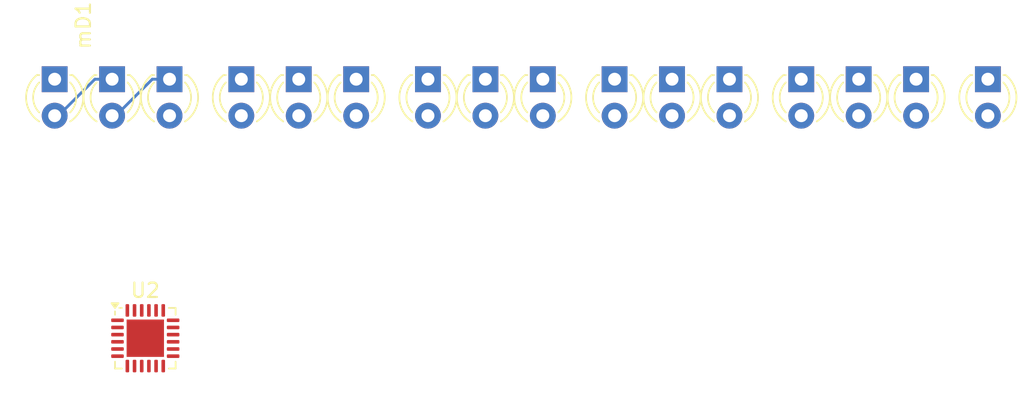
<source format=kicad_pcb>
(kicad_pcb (version 20240108) (generator "pcbnew") (generator_version "8.0")
  (layers (0 "F.Cu" signal) (31 "B.Cu" signal) (34 "B.Paste" user) (35 "F.Paste" user) (36 "B.SilkS" user "B.Silkscreen") (37 "F.SilkS" user "F.Silkscreen") (38 "B.Mask" user) (39 "F.Mask" user) (44 "Edge.Cuts" user))
  (net 0 "")
  (net 1 "Net-(mD1B-A2)")
  (net 3 "Net-(mD1A-A1)")
  (net 27 "/Sheet2/S2_reset")
  (footprint "Package_DFN_QFN:WQFN-24-1EP_4x4mm_P0.5mm_EP2.6x2.6mm" (layer "F.Cu") (at 164.0625 79)
    (property "Reference" "U2" (at 0 -3.33 0) (layer "F.SilkS"))
    (property "Value" "TCA8418RTWR")
    (fp_line (start -2.11 -1.635) (end -2.11 -1.87) (stroke (width 0.12)) (layer "F.SilkS"))
    (fp_line (start -2.11 2.11) (end -2.11 1.635) (stroke (width 0.12)) (layer "F.SilkS"))
    (fp_line (start -1.635 -2.11) (end -1.81 -2.11) (stroke (width 0.12)) (layer "F.SilkS"))
    (fp_line (start -1.635 2.11) (end -2.11 2.11) (stroke (width 0.12)) (layer "F.SilkS"))
    (fp_line (start 1.635 -2.11) (end 2.11 -2.11) (stroke (width 0.12)) (layer "F.SilkS"))
    (fp_line (start 1.635 2.11) (end 2.11 2.11) (stroke (width 0.12)) (layer "F.SilkS"))
    (fp_line (start 2.11 -2.11) (end 2.11 -1.635) (stroke (width 0.12)) (layer "F.SilkS"))
    (fp_line (start 2.11 2.11) (end 2.11 1.635) (stroke (width 0.12)) (layer "F.SilkS"))
    (fp_poly (pts (xy -2.11 -2.11) (xy -2.35 -2.44) (xy -1.87 -2.44) (xy -2.11 -2.11)) (stroke (width 0.12)) (fill solid) (layer "F.SilkS"))
    (pad "1" smd roundrect (at -1.9375 -1.25) (size 0.875 0.25) (layers "F.Cu" "F.Paste" "F.Mask"))
    (pad "2" smd roundrect (at -1.9375 -0.75) (size 0.875 0.25) (layers "F.Cu" "F.Paste" "F.Mask"))
    (pad "3" smd roundrect (at -1.9375 -0.25) (size 0.875 0.25) (layers "F.Cu" "F.Paste" "F.Mask"))
    (pad "4" smd roundrect (at -1.9375 0.25) (size 0.875 0.25) (layers "F.Cu" "F.Paste" "F.Mask"))
    (pad "5" smd roundrect (at -1.9375 0.75) (size 0.875 0.25) (layers "F.Cu" "F.Paste" "F.Mask"))
    (pad "6" smd roundrect (at -1.9375 1.25) (size 0.875 0.25) (layers "F.Cu" "F.Paste" "F.Mask"))
    (pad "7" smd roundrect (at -1.25 1.9375) (size 0.25 0.875) (layers "F.Cu" "F.Paste" "F.Mask"))
    (pad "8" smd roundrect (at -0.75 1.9375) (size 0.25 0.875) (layers "F.Cu" "F.Paste" "F.Mask"))
    (pad "9" smd roundrect (at -0.25 1.9375) (size 0.25 0.875) (layers "F.Cu" "F.Paste" "F.Mask"))
    (pad "10" smd roundrect (at 0.25 1.9375) (size 0.25 0.875) (layers "F.Cu" "F.Paste" "F.Mask"))
    (pad "11" smd roundrect (at 0.75 1.9375) (size 0.25 0.875) (layers "F.Cu" "F.Paste" "F.Mask"))
    (pad "12" smd roundrect (at 1.25 1.9375) (size 0.25 0.875) (layers "F.Cu" "F.Paste" "F.Mask"))
    (pad "13" smd roundrect (at 1.9375 1.25) (size 0.875 0.25) (layers "F.Cu" "F.Paste" "F.Mask"))
    (pad "14" smd roundrect (at 1.9375 0.75) (size 0.875 0.25) (layers "F.Cu" "F.Paste" "F.Mask"))
    (pad "15" smd roundrect (at 1.9375 0.25) (size 0.875 0.25) (layers "F.Cu" "F.Paste" "F.Mask"))
    (pad "16" smd roundrect (at 1.9375 -0.25) (size 0.875 0.25) (layers "F.Cu" "F.Paste" "F.Mask"))
    (pad "17" smd roundrect (at 1.9375 -0.75) (size 0.875 0.25) (layers "F.Cu" "F.Paste" "F.Mask"))
    (pad "18" smd roundrect (at 1.9375 -1.25) (size 0.875 0.25) (layers "F.Cu" "F.Paste" "F.Mask"))
    (pad "19" smd roundrect (at 1.25 -1.9375) (size 0.25 0.875) (layers "F.Cu" "F.Paste" "F.Mask"))
    (pad "20" smd roundrect (at 0.75 -1.9375) (size 0.25 0.875) (layers "F.Cu" "F.Paste" "F.Mask") (net 27 "/Sheet2/S2_reset"))
    (pad "21" smd roundrect (at 0.25 -1.9375) (size 0.25 0.875) (layers "F.Cu" "F.Paste" "F.Mask"))
    (pad "22" smd roundrect (at -0.25 -1.9375) (size 0.25 0.875) (layers "F.Cu" "F.Paste" "F.Mask"))
    (pad "23" smd roundrect (at -0.75 -1.9375) (size 0.25 0.875) (layers "F.Cu" "F.Paste" "F.Mask"))
    (pad "24" smd roundrect (at -1.25 -1.9375) (size 0.25 0.875) (layers "F.Cu" "F.Paste" "F.Mask"))
    (pad "25" smd rect (at 0 0) (size 2.6 2.6) (property pad_prop_heatsink) (layers "F.Cu" "F.Mask"))
  )
  (footprint "mWW_Lib:LED_D3.0mm_16x_bank" (layer "F.Cu") (at 157.75 60.96 -90)
    (property "Reference" "mD1" (at -3.75 -2 90) (layer "F.SilkS"))
    (property "Value" "~")
    (fp_line (start -0.29 1.08) (end -0.29 1.236) (stroke (width 0.12)) (layer "F.SilkS"))
    (fp_line (start -0.29 -1.236) (end -0.29 -1.08) (stroke (width 0.12)) (layer "F.SilkS"))
    (fp_line (start -0.29 -2.92) (end -0.29 -2.764) (stroke (width 0.12)) (layer "F.SilkS"))
    (fp_line (start -0.29 -5.236) (end -0.29 -5.08) (stroke (width 0.12)) (layer "F.SilkS"))
    (fp_line (start -0.29 -6.92) (end -0.29 -6.764) (stroke (width 0.12)) (layer "F.SilkS"))
    (fp_line (start -0.29 -9.236) (end -0.29 -9.08) (stroke (width 0.12)) (layer "F.SilkS"))
    (fp_line (start -0.29 -11.92) (end -0.29 -11.764) (stroke (width 0.12)) (layer "F.SilkS"))
    (fp_line (start -0.29 -14.236) (end -0.29 -14.08) (stroke (width 0.12)) (layer "F.SilkS"))
    (fp_line (start -0.29 -15.92) (end -0.29 -15.764) (stroke (width 0.12)) (layer "F.SilkS"))
    (fp_line (start -0.29 -18.236) (end -0.29 -18.08) (stroke (width 0.12)) (layer "F.SilkS"))
    (fp_line (start -0.29 -19.92) (end -0.29 -19.764) (stroke (width 0.12)) (layer "F.SilkS"))
    (fp_line (start -0.29 -22.236) (end -0.29 -22.08) (stroke (width 0.12)) (layer "F.SilkS"))
    (fp_line (start -0.29 -24.92) (end -0.29 -24.764) (stroke (width 0.12)) (layer "F.SilkS"))
    (fp_line (start -0.29 -27.236) (end -0.29 -27.08) (stroke (width 0.12)) (layer "F.SilkS"))
    (fp_line (start -0.29 -28.92) (end -0.29 -28.764) (stroke (width 0.12)) (layer "F.SilkS"))
    (fp_line (start -0.29 -31.236) (end -0.29 -31.08) (stroke (width 0.12)) (layer "F.SilkS"))
    (fp_line (start -0.29 -32.92) (end -0.29 -32.764) (stroke (width 0.12)) (layer "F.SilkS"))
    (fp_line (start -0.29 -35.236) (end -0.29 -35.08) (stroke (width 0.12)) (layer "F.SilkS"))
    (fp_line (start -0.29 -37.92) (end -0.29 -37.764) (stroke (width 0.12)) (layer "F.SilkS"))
    (fp_line (start -0.29 -40.236) (end -0.29 -40.08) (stroke (width 0.12)) (layer "F.SilkS"))
    (fp_line (start -0.29 -41.92) (end -0.29 -41.764) (stroke (width 0.12)) (layer "F.SilkS"))
    (fp_line (start -0.29 -44.236) (end -0.29 -44.08) (stroke (width 0.12)) (layer "F.SilkS"))
    (fp_line (start -0.29 -45.92) (end -0.29 -45.764) (stroke (width 0.12)) (layer "F.SilkS"))
    (fp_line (start -0.29 -48.236) (end -0.29 -48.08) (stroke (width 0.12)) (layer "F.SilkS"))
    (fp_line (start -0.29 -50.92) (end -0.29 -50.764) (stroke (width 0.12)) (layer "F.SilkS"))
    (fp_line (start -0.29 -53.236) (end -0.29 -53.08) (stroke (width 0.12)) (layer "F.SilkS"))
    (fp_line (start -0.29 -54.92) (end -0.29 -54.764) (stroke (width 0.12)) (layer "F.SilkS"))
    (fp_line (start -0.29 -57.236) (end -0.29 -57.08) (stroke (width 0.12)) (layer "F.SilkS"))
    (fp_line (start -0.29 -58.92) (end -0.29 -58.764) (stroke (width 0.12)) (layer "F.SilkS"))
    (fp_line (start -0.29 -61.236) (end -0.29 -61.08) (stroke (width 0.12)) (layer "F.SilkS"))
    (fp_line (start -0.29 -63.92) (end -0.29 -63.764) (stroke (width 0.12)) (layer "F.SilkS"))
    (fp_line (start -0.29 -66.236) (end -0.29 -66.08) (stroke (width 0.12)) (layer "F.SilkS"))
    (fp_arc (start 2.31113 1.079837) (mid 1.270117 1.5) (end 0.229039 1.08) (stroke (width 0.12)) (layer "F.SilkS"))
    (fp_arc (start 2.942335 1.078608) (mid 1.366487 1.987659) (end -0.29 1.235516) (stroke (width 0.12)) (layer "F.SilkS"))
    (fp_arc (start 0.229039 -1.08) (mid 1.270117 -1.5) (end 2.31113 -1.079837) (stroke (width 0.12)) (layer "F.SilkS"))
    (fp_arc (start -0.29 -1.235516) (mid 1.366487 -1.987659) (end 2.942335 -1.078608) (stroke (width 0.12)) (layer "F.SilkS"))
    (fp_arc (start 2.31113 -2.920163) (mid 1.270117 -2.5) (end 0.229039 -2.92) (stroke (width 0.12)) (layer "F.SilkS"))
    (fp_arc (start 2.942335 -2.921392) (mid 1.366487 -2.012341) (end -0.29 -2.764484) (stroke (width 0.12)) (layer "F.SilkS"))
    (fp_arc (start 0.229039 -5.08) (mid 1.270117 -5.5) (end 2.31113 -5.079837) (stroke (width 0.12)) (layer "F.SilkS"))
    (fp_arc (start -0.29 -5.235516) (mid 1.366487 -5.987659) (end 2.942335 -5.078608) (stroke (width 0.12)) (layer "F.SilkS"))
    (fp_arc (start 2.31113 -6.920163) (mid 1.270117 -6.5) (end 0.229039 -6.92) (stroke (width 0.12)) (layer "F.SilkS"))
    (fp_arc (start 2.942335 -6.921392) (mid 1.366487 -6.012341) (end -0.29 -6.764484) (stroke (width 0.12)) (layer "F.SilkS"))
    (fp_arc (start 0.229039 -9.08) (mid 1.270117 -9.5) (end 2.31113 -9.079837) (stroke (width 0.12)) (layer "F.SilkS"))
    (fp_arc (start -0.29 -9.235516) (mid 1.366487 -9.987659) (end 2.942335 -9.078608) (stroke (width 0.12)) (layer "F.SilkS"))
    (fp_arc (start 2.31113 -11.920163) (mid 1.270117 -11.5) (end 0.229039 -11.92) (stroke (width 0.12)) (layer "F.SilkS"))
    (fp_arc (start 2.942335 -11.921392) (mid 1.366487 -11.012341) (end -0.29 -11.764484) (stroke (width 0.12)) (layer "F.SilkS"))
    (fp_arc (start 0.229039 -14.08) (mid 1.270117 -14.5) (end 2.31113 -14.079837) (stroke (width 0.12)) (layer "F.SilkS"))
    (fp_arc (start -0.29 -14.235516) (mid 1.366487 -14.987659) (end 2.942335 -14.078608) (stroke (width 0.12)) (layer "F.SilkS"))
    (fp_arc (start 2.31113 -15.920163) (mid 1.270117 -15.5) (end 0.229039 -15.92) (stroke (width 0.12)) (layer "F.SilkS"))
    (fp_arc (start 2.942335 -15.921392) (mid 1.366487 -15.012341) (end -0.29 -15.764484) (stroke (width 0.12)) (layer "F.SilkS"))
    (fp_arc (start 0.229039 -18.08) (mid 1.270117 -18.5) (end 2.31113 -18.079837) (stroke (width 0.12)) (layer "F.SilkS"))
    (fp_arc (start -0.29 -18.235516) (mid 1.366487 -18.987659) (end 2.942335 -18.078608) (stroke (width 0.12)) (layer "F.SilkS"))
    (fp_arc (start 2.31113 -19.920163) (mid 1.270117 -19.5) (end 0.229039 -19.92) (stroke (width 0.12)) (layer "F.SilkS"))
    (fp_arc (start 2.942335 -19.921392) (mid 1.366487 -19.012341) (end -0.29 -19.764484) (stroke (width 0.12)) (layer "F.SilkS"))
    (fp_arc (start 0.229039 -22.08) (mid 1.270117 -22.5) (end 2.31113 -22.079837) (stroke (width 0.12)) (layer "F.SilkS"))
    (fp_arc (start -0.29 -22.235516) (mid 1.366487 -22.987659) (end 2.942335 -22.078608) (stroke (width 0.12)) (layer "F.SilkS"))
    (fp_arc (start 2.31113 -24.920163) (mid 1.270117 -24.5) (end 0.229039 -24.92) (stroke (width 0.12)) (layer "F.SilkS"))
    (fp_arc (start 2.942335 -24.921392) (mid 1.366487 -24.012341) (end -0.29 -24.764484) (stroke (width 0.12)) (layer "F.SilkS"))
    (fp_arc (start 0.229039 -27.08) (mid 1.270117 -27.5) (end 2.31113 -27.079837) (stroke (width 0.12)) (layer "F.SilkS"))
    (fp_arc (start -0.29 -27.235516) (mid 1.366487 -27.987659) (end 2.942335 -27.078608) (stroke (width 0.12)) (layer "F.SilkS"))
    (fp_arc (start 2.31113 -28.920163) (mid 1.270117 -28.5) (end 0.229039 -28.92) (stroke (width 0.12)) (layer "F.SilkS"))
    (fp_arc (start 2.942335 -28.921392) (mid 1.366487 -28.012341) (end -0.29 -28.764484) (stroke (width 0.12)) (layer "F.SilkS"))
    (fp_arc (start 0.229039 -31.08) (mid 1.270117 -31.5) (end 2.31113 -31.079837) (stroke (width 0.12)) (layer "F.SilkS"))
    (fp_arc (start -0.29 -31.235516) (mid 1.366487 -31.987659) (end 2.942335 -31.078608) (stroke (width 0.12)) (layer "F.SilkS"))
    (fp_arc (start 2.31113 -32.920163) (mid 1.270117 -32.5) (end 0.229039 -32.92) (stroke (width 0.12)) (layer "F.SilkS"))
    (fp_arc (start 2.942335 -32.921392) (mid 1.366487 -32.012341) (end -0.29 -32.764484) (stroke (width 0.12)) (layer "F.SilkS"))
    (fp_arc (start 0.229039 -35.08) (mid 1.270117 -35.5) (end 2.31113 -35.079837) (stroke (width 0.12)) (layer "F.SilkS"))
    (fp_arc (start -0.29 -35.235516) (mid 1.366487 -35.987659) (end 2.942335 -35.078608) (stroke (width 0.12)) (layer "F.SilkS"))
    (fp_arc (start 2.31113 -37.920163) (mid 1.270117 -37.5) (end 0.229039 -37.92) (stroke (width 0.12)) (layer "F.SilkS"))
    (fp_arc (start 2.942335 -37.921392) (mid 1.366487 -37.012341) (end -0.29 -37.764484) (stroke (width 0.12)) (layer "F.SilkS"))
    (fp_arc (start 0.229039 -40.08) (mid 1.270117 -40.5) (end 2.31113 -40.079837) (stroke (width 0.12)) (layer "F.SilkS"))
    (fp_arc (start -0.29 -40.235516) (mid 1.366487 -40.987659) (end 2.942335 -40.078608) (stroke (width 0.12)) (layer "F.SilkS"))
    (fp_arc (start 2.31113 -41.920163) (mid 1.270117 -41.5) (end 0.229039 -41.92) (stroke (width 0.12)) (layer "F.SilkS"))
    (fp_arc (start 2.942335 -41.921392) (mid 1.366487 -41.012341) (end -0.29 -41.764484) (stroke (width 0.12)) (layer "F.SilkS"))
    (fp_arc (start 0.229039 -44.08) (mid 1.270117 -44.5) (end 2.31113 -44.079837) (stroke (width 0.12)) (layer "F.SilkS"))
    (fp_arc (start -0.29 -44.235516) (mid 1.366487 -44.987659) (end 2.942335 -44.078608) (stroke (width 0.12)) (layer "F.SilkS"))
    (fp_arc (start 2.31113 -45.920163) (mid 1.270117 -45.5) (end 0.229039 -45.92) (stroke (width 0.12)) (layer "F.SilkS"))
    (fp_arc (start 2.942335 -45.921392) (mid 1.366487 -45.012341) (end -0.29 -45.764484) (stroke (width 0.12)) (layer "F.SilkS"))
    (fp_arc (start 0.229039 -48.08) (mid 1.270117 -48.5) (end 2.31113 -48.079837) (stroke (width 0.12)) (layer "F.SilkS"))
    (fp_arc (start -0.29 -48.235516) (mid 1.366487 -48.987659) (end 2.942335 -48.078608) (stroke (width 0.12)) (layer "F.SilkS"))
    (fp_arc (start 2.31113 -50.920163) (mid 1.270117 -50.5) (end 0.229039 -50.92) (stroke (width 0.12)) (layer "F.SilkS"))
    (fp_arc (start 2.942335 -50.921392) (mid 1.366487 -50.012341) (end -0.29 -50.764484) (stroke (width 0.12)) (layer "F.SilkS"))
    (fp_arc (start 0.229039 -53.08) (mid 1.270117 -53.5) (end 2.31113 -53.079837) (stroke (width 0.12)) (layer "F.SilkS"))
    (fp_arc (start -0.29 -53.235516) (mid 1.366487 -53.987659) (end 2.942335 -53.078608) (stroke (width 0.12)) (layer "F.SilkS"))
    (fp_arc (start 2.31113 -54.920163) (mid 1.270117 -54.5) (end 0.229039 -54.92) (stroke (width 0.12)) (layer "F.SilkS"))
    (fp_arc (start 2.942335 -54.921392) (mid 1.366487 -54.012341) (end -0.29 -54.764484) (stroke (width 0.12)) (layer "F.SilkS"))
    (fp_arc (start 0.229039 -57.08) (mid 1.270117 -57.5) (end 2.31113 -57.079837) (stroke (width 0.12)) (layer "F.SilkS"))
    (fp_arc (start -0.29 -57.235516) (mid 1.366487 -57.987659) (end 2.942335 -57.078608) (stroke (width 0.12)) (layer "F.SilkS"))
    (fp_arc (start 2.31113 -58.920163) (mid 1.270117 -58.5) (end 0.229039 -58.92) (stroke (width 0.12)) (layer "F.SilkS"))
    (fp_arc (start 2.942335 -58.921392) (mid 1.366487 -58.012341) (end -0.29 -58.764484) (stroke (width 0.12)) (layer "F.SilkS"))
    (fp_arc (start 0.229039 -61.08) (mid 1.270117 -61.5) (end 2.31113 -61.079837) (stroke (width 0.12)) (layer "F.SilkS"))
    (fp_arc (start -0.29 -61.235516) (mid 1.366487 -61.987659) (end 2.942335 -61.078608) (stroke (width 0.12)) (layer "F.SilkS"))
    (fp_arc (start 2.31113 -63.920163) (mid 1.270117 -63.5) (end 0.229039 -63.92) (stroke (width 0.12)) (layer "F.SilkS"))
    (fp_arc (start 2.942335 -63.921392) (mid 1.366487 -63.012341) (end -0.29 -63.764484) (stroke (width 0.12)) (layer "F.SilkS"))
    (fp_arc (start 0.229039 -66.08) (mid 1.270117 -66.5) (end 2.31113 -66.079837) (stroke (width 0.12)) (layer "F.SilkS"))
    (fp_arc (start -0.29 -66.235516) (mid 1.366487 -66.987659) (end 2.942335 -66.078608) (stroke (width 0.12)) (layer "F.SilkS"))
    (pad "1" thru_hole rect (at 0 0 270) (size 1.8 1.8) (drill 0.9) (layers "*.Cu" "*.Mask"))
    (pad "2" thru_hole circle (at 2.54 0 270) (size 1.8 1.8) (drill 0.9) (layers "*.Cu" "*.Mask") (net 3 "Net-(mD1A-A1)"))
    (pad "3" thru_hole rect (at 0 -4 270) (size 1.8 1.8) (drill 0.9) (layers "*.Cu" "*.Mask") (net 3 "Net-(mD1A-A1)"))
    (pad "4" thru_hole circle (at 2.54 -4 270) (size 1.8 1.8) (drill 0.9) (layers "*.Cu" "*.Mask") (net 1 "Net-(mD1B-A2)"))
    (pad "5" thru_hole rect (at 0 -8 270) (size 1.8 1.8) (drill 0.9) (layers "*.Cu" "*.Mask") (net 1 "Net-(mD1B-A2)"))
    (pad "6" thru_hole circle (at 2.54 -8 270) (size 1.8 1.8) (drill 0.9) (layers "*.Cu" "*.Mask"))
    (pad "7" thru_hole rect (at 0 -13 270) (size 1.8 1.8) (drill 0.9) (layers "*.Cu" "*.Mask"))
    (pad "8" thru_hole circle (at 2.54 -13 270) (size 1.8 1.8) (drill 0.9) (layers "*.Cu" "*.Mask"))
    (pad "9" thru_hole rect (at 0 -17 270) (size 1.8 1.8) (drill 0.9) (layers "*.Cu" "*.Mask"))
    (pad "10" thru_hole circle (at 2.54 -17 270) (size 1.8 1.8) (drill 0.9) (layers "*.Cu" "*.Mask"))
    (pad "11" thru_hole rect (at 0 -21 270) (size 1.8 1.8) (drill 0.9) (layers "*.Cu" "*.Mask"))
    (pad "12" thru_hole circle (at 2.54 -21 270) (size 1.8 1.8) (drill 0.9) (layers "*.Cu" "*.Mask"))
    (pad "13" thru_hole rect (at 0 -26 270) (size 1.8 1.8) (drill 0.9) (layers "*.Cu" "*.Mask"))
    (pad "14" thru_hole circle (at 2.54 -26 270) (size 1.8 1.8) (drill 0.9) (layers "*.Cu" "*.Mask"))
    (pad "15" thru_hole rect (at 0 -30 270) (size 1.8 1.8) (drill 0.9) (layers "*.Cu" "*.Mask"))
    (pad "16" thru_hole circle (at 2.54 -30 270) (size 1.8 1.8) (drill 0.9) (layers "*.Cu" "*.Mask"))
    (pad "17" thru_hole rect (at 0 -34 270) (size 1.8 1.8) (drill 0.9) (layers "*.Cu" "*.Mask"))
    (pad "18" thru_hole circle (at 2.54 -34 270) (size 1.8 1.8) (drill 0.9) (layers "*.Cu" "*.Mask"))
    (pad "19" thru_hole rect (at 0 -39 270) (size 1.8 1.8) (drill 0.9) (layers "*.Cu" "*.Mask"))
    (pad "20" thru_hole circle (at 2.54 -39 270) (size 1.8 1.8) (drill 0.9) (layers "*.Cu" "*.Mask"))
    (pad "21" thru_hole rect (at 0 -43 270) (size 1.8 1.8) (drill 0.9) (layers "*.Cu" "*.Mask"))
    (pad "22" thru_hole circle (at 2.54 -43 270) (size 1.8 1.8) (drill 0.9) (layers "*.Cu" "*.Mask"))
    (pad "23" thru_hole rect (at 0 -47 270) (size 1.8 1.8) (drill 0.9) (layers "*.Cu" "*.Mask"))
    (pad "24" thru_hole circle (at 2.54 -47 270) (size 1.8 1.8) (drill 0.9) (layers "*.Cu" "*.Mask"))
    (pad "25" thru_hole rect (at 0 -52 270) (size 1.8 1.8) (drill 0.9) (layers "*.Cu" "*.Mask"))
    (pad "26" thru_hole circle (at 2.54 -52 270) (size 1.8 1.8) (drill 0.9) (layers "*.Cu" "*.Mask"))
    (pad "27" thru_hole rect (at 0 -56 270) (size 1.8 1.8) (drill 0.9) (layers "*.Cu" "*.Mask"))
    (pad "28" thru_hole circle (at 2.54 -56 270) (size 1.8 1.8) (drill 0.9) (layers "*.Cu" "*.Mask"))
    (pad "29" thru_hole rect (at 0 -60 270) (size 1.8 1.8) (drill 0.9) (layers "*.Cu" "*.Mask"))
    (pad "30" thru_hole circle (at 2.54 -60 270) (size 1.8 1.8) (drill 0.9) (layers "*.Cu" "*.Mask"))
    (pad "31" thru_hole rect (at 0 -65 270) (size 1.8 1.8) (drill 0.9) (layers "*.Cu" "*.Mask"))
    (pad "32" thru_hole circle (at 2.54 -65 270) (size 1.8 1.8) (drill 0.9) (layers "*.Cu" "*.Mask"))
  )
  (segment (start 162.0083 63.5) (end 161.75 63.5) (width 0.2) (layer "B.Cu") (net 1))
  (segment (start 165.75 60.96) (end 164.5483 60.96) (width 0.2) (layer "B.Cu") (net 1))
  (segment (start 164.5483 60.96) (end 162.0083 63.5) (width 0.2) (layer "B.Cu") (net 1))
  (segment (start 161.75 60.96) (end 160.5483 60.96) (width 0.2) (layer "B.Cu") (net 3))
  (segment (start 158.0083 63.5) (end 157.75 63.5) (width 0.2) (layer "B.Cu") (net 3))
  (segment (start 160.5483 60.96) (end 158.0083 63.5) (width 0.2) (layer "B.Cu") (net 3))
)
</source>
